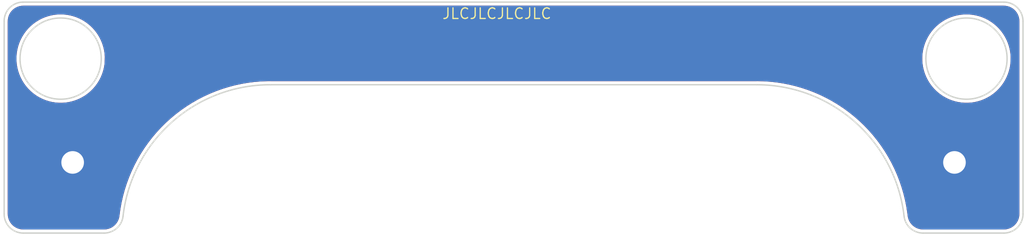
<source format=kicad_pcb>
(kicad_pcb (version 20200913) (generator pcbnew)

  (general
    (thickness 1.6)
  )

  (paper "A4")
  (layers
    (0 "F.Cu" signal)
    (31 "B.Cu" signal)
    (32 "B.Adhes" user)
    (33 "F.Adhes" user)
    (34 "B.Paste" user)
    (35 "F.Paste" user)
    (36 "B.SilkS" user)
    (37 "F.SilkS" user)
    (38 "B.Mask" user)
    (39 "F.Mask" user)
    (40 "Dwgs.User" user)
    (41 "Cmts.User" user)
    (42 "Eco1.User" user)
    (43 "Eco2.User" user)
    (44 "Edge.Cuts" user)
    (45 "Margin" user)
    (46 "B.CrtYd" user)
    (47 "F.CrtYd" user)
    (48 "B.Fab" user)
    (49 "F.Fab" user)
  )

  (setup
    (pcbplotparams
      (layerselection 0x010fc_ffffffff)
      (usegerberextensions false)
      (usegerberattributes true)
      (usegerberadvancedattributes true)
      (creategerberjobfile true)
      (svguseinch false)
      (svgprecision 6)
      (excludeedgelayer true)
      (linewidth 0.100000)
      (plotframeref false)
      (viasonmask false)
      (mode 1)
      (useauxorigin false)
      (hpglpennumber 1)
      (hpglpenspeed 20)
      (hpglpendiameter 15.000000)
      (psnegative false)
      (psa4output false)
      (plotreference true)
      (plotvalue true)
      (plotinvisibletext false)
      (sketchpadsonfab false)
      (subtractmaskfromsilk false)
      (outputformat 1)
      (mirror false)
      (drillshape 0)
      (scaleselection 1)
      (outputdirectory "Gerbers/")
    )
  )


  (net 0 "")
  (net 1 "MountingHoles")

  (module "MountingHole:MountingHole_3.2mm_M3_Pad" (layer "F.Cu") (tedit 56D1B4CB) (tstamp 484ebb59-19cf-4a2d-b498-4bc010b9a1cf)
    (at 85.286458 -144.002792)
    (descr "Mounting Hole 3.2mm, M3")
    (tags "mounting hole 3.2mm m3")
    (path "/3e942c3d-a34f-4339-9bca-ef0f23e0ee32")
    (attr exclude_from_pos_files exclude_from_bom)
    (fp_text reference "H1" (at 0 -4.2) (layer "Eco1.User")
      (effects (font (size 1 1) (thickness 0.15)))
      (tstamp 9fe3d6c6-e74f-48a2-8dc8-f41edc81fdda)
    )
    (fp_text value "MountingHole_Pad" (at 0 4.2) (layer "F.Fab")
      (effects (font (size 1 1) (thickness 0.15)))
      (tstamp acdddd29-9aef-4071-a35d-a719d64f1ccd)
    )
    (fp_text user "${REFERENCE}" (at 0.3 0) (layer "F.Fab")
      (effects (font (size 1 1) (thickness 0.15)))
      (tstamp 752f41d6-59a8-438d-80df-d00408b2283f)
    )
    (fp_circle (center 0 0) (end 3.2 0) (layer "Cmts.User") (width 0.15) (tstamp 19b975fa-29f4-45ca-ba3b-70f7c6e12dbe))
    (fp_circle (center 0 0) (end 3.45 0) (layer "F.CrtYd") (width 0.05) (tstamp d95434b6-6e6a-4969-b79a-ad12294c5082))
    (pad "1" thru_hole circle (at 0 0) (size 6.4 6.4) (drill 3.2) (layers *.Cu *.Mask)
      (net 1 "MountingHoles") (pinfunction "1") (tstamp 0fca1911-99a5-45c2-94f7-91f4d7b94a57))
  )

  (module "MountingHole:MountingHole_3.2mm_M3_Pad" (layer "F.Cu") (tedit 56D1B4CB) (tstamp 97940834-2966-45fb-a010-6ec1264b6b21)
    (at 210.138904 -144.002792)
    (descr "Mounting Hole 3.2mm, M3")
    (tags "mounting hole 3.2mm m3")
    (path "/9207afd7-aaeb-42d6-8778-99f1f257bd51")
    (attr exclude_from_pos_files exclude_from_bom)
    (fp_text reference "H2" (at 0 -4.2) (layer "Eco1.User")
      (effects (font (size 1 1) (thickness 0.15)))
      (tstamp 9fe3d6c6-e74f-48a2-8dc8-f41edc81fdda)
    )
    (fp_text value "MountingHole_Pad" (at 0 4.2) (layer "F.Fab")
      (effects (font (size 1 1) (thickness 0.15)))
      (tstamp acdddd29-9aef-4071-a35d-a719d64f1ccd)
    )
    (fp_text user "${REFERENCE}" (at 0.3 0) (layer "F.Fab")
      (effects (font (size 1 1) (thickness 0.15)))
      (tstamp 752f41d6-59a8-438d-80df-d00408b2283f)
    )
    (fp_circle (center 0 0) (end 3.2 0) (layer "Cmts.User") (width 0.15) (tstamp 19b975fa-29f4-45ca-ba3b-70f7c6e12dbe))
    (fp_circle (center 0 0) (end 3.45 0) (layer "F.CrtYd") (width 0.05) (tstamp d95434b6-6e6a-4969-b79a-ad12294c5082))
    (pad "1" thru_hole circle (at 0 0) (size 6.4 6.4) (drill 3.2) (layers *.Cu *.Mask)
      (net 1 "MountingHoles") (pinfunction "1") (tstamp 13b9622c-c1d3-4ba5-92ff-b864655b03d5))
  )

  (gr_line (start 182.138904 -155.002792) (end 113.286458 -155.002792) (layer "Edge.Cuts") (width 0.2) (tstamp 0d908f64-78a4-4ccc-8d84-6bfd7ae58112))
  (gr_arc (start 217.138904 -164.002792) (end 219.838904 -164.002792) (angle -90) (layer "Edge.Cuts") (width 0.2) (tstamp 1c76f292-866c-48b3-a7ce-7f6ebcb01fec))
  (gr_arc (start 182.138904 -134.002792) (end 203.002183 -136.395197) (angle -83.45843016) (layer "Edge.Cuts") (width 0.2) (tstamp 1cd19f4c-3e30-408e-817f-c12237c55728))
  (gr_arc (start 78.286458 -164.002792) (end 78.286458 -166.702792) (angle -90) (layer "Edge.Cuts") (width 0.2) (tstamp 2ed37b1b-4b50-453b-8a3a-b05fea66a308))
  (gr_arc (start 78.286458 -136.702792) (end 75.586458 -136.702792) (angle -90) (layer "Edge.Cuts") (width 0.2) (tstamp 3c43aea9-ac42-4142-933f-56d43c43682e))
  (gr_arc (start 113.286458 -134.002792) (end 113.286458 -155.002792) (angle -83.45843016) (layer "Edge.Cuts") (width 0.2) (tstamp 47aca3a9-693a-4026-b7e5-a4820b70d810))
  (gr_arc (start 217.138904 -136.702792) (end 217.138904 -134.002792) (angle -90) (layer "Edge.Cuts") (width 0.2) (tstamp 4f2bd7c6-ef2d-493b-a183-b624f06b0b0a))
  (gr_circle (center 211.838904 -158.702792) (end 217.588904 -158.702792) (layer "Edge.Cuts") (width 0.2) (tstamp 615e64cc-1a5a-41fa-b609-a6c8f8ac3508))
  (gr_arc (start 205.684605 -136.702792) (end 203.002183 -136.395197) (angle -83.45843016) (layer "Edge.Cuts") (width 0.2) (tstamp 787a240b-2e23-437a-8754-19c808fc3644))
  (gr_arc (start 89.740758 -136.702792) (end 89.740758 -134.002792) (angle -83.45843016) (layer "Edge.Cuts") (width 0.2) (tstamp 85b848ad-46be-4d97-86f3-d8cb92018f49))
  (gr_line (start 219.838904 -164.002792) (end 219.838904 -136.702792) (layer "Edge.Cuts") (width 0.2) (tstamp 87c87c49-0974-46ed-8110-4ca4787d4bbe))
  (gr_line (start 75.586458 -136.702792) (end 75.586458 -164.002792) (layer "Edge.Cuts") (width 0.2) (tstamp 9f8d3a76-53de-4788-8db6-3fe7eec89160))
  (gr_line (start 217.138904 -134.002792) (end 205.684605 -134.002792) (layer "Edge.Cuts") (width 0.2) (tstamp a475a2ba-00a3-4742-81a6-5927c27c1090))
  (gr_line (start 89.740758 -134.002792) (end 78.286458 -134.002792) (layer "Edge.Cuts") (width 0.2) (tstamp ddcf0d57-169e-4d17-b395-430cf1df8c45))
  (gr_circle (center 83.586458 -158.702792) (end 89.336458 -158.702792) (layer "Edge.Cuts") (width 0.2) (tstamp e7d316f3-6c0e-4e11-a8eb-3955825f5b93))
  (gr_line (start 78.286458 -166.702792) (end 217.138904 -166.702792) (layer "Edge.Cuts") (width 0.2) (tstamp ec14fc91-182a-4d16-a7bc-2a3c8c411c5d))
  (gr_text "JLCJLCJLCJLC" (at 145.35 -165.07) (layer "F.SilkS") (tstamp 4968e071-440d-4fdc-9ccd-f95517b58044)
    (effects (font (size 1.5 1.5) (thickness 0.18)))
  )

  (zone (net 1) (net_name "MountingHoles") (layers F&B.Cu) (tstamp bedd2c2f-5a6a-4958-b744-8cf47290d887) (hatch edge 0.508)
    (connect_pads yes (clearance 0.508))
    (min_thickness 0.254)
    (fill yes (thermal_gap 0.508) (thermal_bridge_width 0.508))
    (polygon
      (pts
        (xy 220 -134)
        (xy 203 -134)
        (xy 183 -154)
        (xy 112 -154)
        (xy 93 -134)
        (xy 75 -134)
        (xy 75 -167)
        (xy 220 -167)
      )
    )
    (filled_polygon
      (layer F.Cu)
      (pts
        (xy 217.079492 -166.066809)
        (xy 217.088756 -166.065499)
        (xy 217.09987 -166.064762)
        (xy 217.100249 -166.064738)
        (xy 217.386343 -166.04749)
        (xy 217.630187 -166.002956)
        (xy 217.866931 -165.929445)
        (xy 218.093119 -165.82803)
        (xy 218.305477 -165.70018)
        (xy 218.500954 -165.547731)
        (xy 218.676692 -165.37291)
        (xy 218.830153 -165.178246)
        (xy 218.959123 -164.966544)
        (xy 219.06172 -164.74089)
        (xy 219.136467 -164.504546)
        (xy 219.18228 -164.260925)
        (xy 219.201305 -163.970649)
        (xy 219.202526 -163.961767)
        (xy 219.204904 -163.950482)
        (xy 219.204905 -136.771305)
        (xy 219.202921 -136.762204)
        (xy 219.201611 -136.75294)
        (xy 219.200874 -136.741826)
        (xy 219.20085 -136.741447)
        (xy 219.183602 -136.455351)
        (xy 219.139067 -136.211501)
        (xy 219.065559 -135.974768)
        (xy 218.964147 -135.748588)
        (xy 218.836288 -135.536214)
        (xy 218.683843 -135.340742)
        (xy 218.509026 -135.165007)
        (xy 218.314358 -135.011543)
        (xy 218.102655 -134.882573)
        (xy 217.877 -134.779974)
        (xy 217.64065 -134.705227)
        (xy 217.397045 -134.659416)
        (xy 217.106761 -134.640391)
        (xy 217.097879 -134.63917)
        (xy 217.086594 -134.636792)
        (xy 205.753113 -134.636792)
        (xy 205.744017 -134.638775)
        (xy 205.734753 -134.640085)
        (xy 205.723639 -134.640822)
        (xy 205.72326 -134.640846)
        (xy 205.437164 -134.658094)
        (xy 205.193314 -134.702629)
        (xy 204.956581 -134.776137)
        (xy 204.730401 -134.877549)
        (xy 204.518027 -135.005408)
        (xy 204.322555 -135.157853)
        (xy 204.14682 -135.33267)
        (xy 203.993356 -135.527338)
        (xy 203.864386 -135.739041)
        (xy 203.761787 -135.964696)
        (xy 203.68704 -136.201045)
        (xy 203.638007 -136.461788)
        (xy 203.636281 -136.476115)
        (xy 203.636254 -136.476256)
        (xy 203.593129 -136.826423)
        (xy 203.592872 -136.827735)
        (xy 203.592744 -136.829495)
        (xy 203.591117 -136.840513)
        (xy 203.59106 -136.840893)
        (xy 203.45097 -137.751076)
        (xy 203.449741 -137.756472)
        (xy 203.449025 -137.762611)
        (xy 203.446918 -137.773549)
        (xy 203.446845 -137.773923)
        (xy 203.267187 -138.677127)
        (xy 203.265724 -138.682466)
        (xy 203.264742 -138.688563)
        (xy 203.262161 -138.699398)
        (xy 203.262071 -138.699772)
        (xy 203.043186 -139.594281)
        (xy 203.041493 -139.599545)
        (xy 203.040244 -139.605604)
        (xy 203.037192 -139.616315)
        (xy 203.037087 -139.616682)
        (xy 202.779393 -140.500792)
        (xy 202.777473 -140.505976)
        (xy 202.775959 -140.511979)
        (xy 202.772441 -140.522549)
        (xy 202.772321 -140.522907)
        (xy 202.476309 -141.39493)
        (xy 202.474166 -141.400023)
        (xy 202.47239 -141.405959)
        (xy 202.468417 -141.416361)
        (xy 202.46828 -141.416717)
        (xy 202.134512 -142.275)
        (xy 202.132148 -142.279995)
        (xy 202.130116 -142.285846)
        (xy 202.125691 -142.296068)
        (xy 202.12554 -142.296415)
        (xy 201.754652 -143.139323)
        (xy 201.752067 -143.144222)
        (xy 201.74979 -143.149958)
        (xy 201.744925 -143.159978)
        (xy 201.744755 -143.160324)
        (xy 201.337451 -143.986254)
        (xy 201.334666 -143.991016)
        (xy 201.332124 -143.996682)
        (xy 201.326826 -144.006478)
        (xy 201.326646 -144.006808)
        (xy 200.883705 -144.814182)
        (xy 200.880706 -144.818832)
        (xy 200.877934 -144.824355)
        (xy 200.872214 -144.833912)
        (xy 200.872016 -144.83424)
        (xy 200.394279 -145.621527)
        (xy 200.391081 -145.62604)
        (xy 200.388069 -145.631442)
        (xy 200.381938 -145.640739)
        (xy 200.381726 -145.641058)
        (xy 199.870101 -146.406759)
        (xy 199.866716 -146.411118)
        (xy 199.863465 -146.416392)
        (xy 199.856932 -146.425415)
        (xy 199.856708 -146.425723)
        (xy 199.312172 -147.168377)
        (xy 199.308597 -147.172588)
        (xy 199.305117 -147.177718)
        (xy 199.298197 -147.186446)
        (xy 199.297962 -147.18674)
        (xy 198.721551 -147.904934)
        (xy 198.717796 -147.908986)
        (xy 198.714097 -147.913957)
        (xy 198.706803 -147.922375)
        (xy 198.706555 -147.92266)
        (xy 198.099367 -148.615025)
        (xy 198.095438 -148.61891)
        (xy 198.09152 -148.623722)
        (xy 198.083866 -148.631812)
        (xy 198.083609 -148.632083)
        (xy 197.446799 -149.297303)
        (xy 197.442703 -149.301013)
        (xy 197.438594 -149.305634)
        (xy 197.430596 -149.313385)
        (xy 197.430317 -149.313653)
        (xy 196.765091 -149.950468)
        (xy 196.760838 -149.953995)
        (xy 196.75653 -149.958434)
        (xy 196.7482 -149.965829)
        (xy 196.747912 -149.966083)
        (xy 196.055545 -150.573273)
        (xy 196.051146 -150.57661)
        (xy 196.046637 -150.580865)
        (xy 196.037994 -150.587888)
        (xy 196.037698 -150.588127)
        (xy 195.319503 -151.164538)
        (xy 195.314965 -151.167677)
        (xy 195.310274 -151.171733)
        (xy 195.301332 -151.178373)
        (xy 195.301026 -151.178599)
        (xy 194.558372 -151.723135)
        (xy 194.55369 -151.726081)
        (xy 194.548843 -151.729916)
        (xy 194.53962 -151.73616)
        (xy 194.539302 -151.736374)
        (xy 193.773601 -152.247998)
        (xy 193.768802 -152.250733)
        (xy 193.763797 -152.254349)
        (xy 193.75431 -152.260187)
        (xy 193.753976 -152.260391)
        (xy 192.966686 -152.738129)
        (xy 192.961769 -152.740654)
        (xy 192.956594 -152.744059)
        (xy 192.946863 -152.749475)
        (xy 192.94653 -152.749658)
        (xy 192.139155 -153.192599)
        (xy 192.134134 -153.194906)
        (xy 192.128826 -153.198077)
        (xy 192.118866 -153.203064)
        (xy 192.11852 -153.203236)
        (xy 191.292587 -153.610541)
        (xy 191.287481 -153.612622)
        (xy 191.282022 -153.615567)
        (xy 191.271854 -153.620114)
        (xy 191.271506 -153.620269)
        (xy 190.428599 -153.991156)
        (xy 190.423398 -153.993016)
        (xy 190.417824 -153.995716)
        (xy 190.407469 -153.999815)
        (xy 190.407113 -153.999955)
        (xy 189.548827 -154.333724)
        (xy 189.543551 -154.335354)
        (xy 189.537862 -154.33781)
        (xy 189.527336 -154.341454)
        (xy 189.526978 -154.341576)
        (xy 188.654955 -154.637589)
        (xy 188.649605 -154.63899)
        (xy 188.643825 -154.641191)
        (xy 188.633152 -154.644373)
        (xy 188.632784 -154.644482)
        (xy 187.748673 -154.902176)
        (xy 187.743264 -154.903343)
        (xy 187.737395 -154.90529)
        (xy 187.726593 -154.908002)
        (xy 187.726223 -154.908094)
        (xy 186.831717 -155.126978)
        (xy 186.826269 -155.127907)
        (xy 186.820321 -155.129596)
        (xy 186.809412 -155.131835)
        (xy 186.809032 -155.131912)
        (xy 185.905824 -155.311572)
        (xy 185.900337 -155.312263)
        (xy 185.894317 -155.313691)
        (xy 185.883318 -155.315452)
        (xy 185.882944 -155.315511)
        (xy 184.972764 -155.455601)
        (xy 184.967252 -155.456051)
        (xy 184.961188 -155.457214)
        (xy 184.950125 -155.458494)
        (xy 184.949739 -155.458538)
        (xy 184.034311 -155.558794)
        (xy 184.028784 -155.559004)
        (xy 184.022661 -155.559902)
        (xy 184.011554 -155.560698)
        (xy 184.011173 -155.560724)
        (xy 183.092246 -155.620953)
        (xy 183.086716 -155.620922)
        (xy 183.080563 -155.621552)
        (xy 183.069432 -155.621863)
        (xy 183.069048 -155.621873)
        (xy 182.148367 -155.641962)
        (xy 182.139413 -155.64152)
        (xy 182.100347 -155.636792)
        (xy 113.333132 -155.636792)
        (xy 113.302153 -155.64135)
        (xy 113.292828 -155.642022)
        (xy 113.281691 -155.641997)
        (xy 113.281304 -155.641995)
        (xy 112.925362 -155.639018)
        (xy 112.924028 -155.638912)
        (xy 112.922274 -155.638985)
        (xy 112.911141 -155.638625)
        (xy 112.910753 -155.638611)
        (xy 111.990535 -155.603125)
        (xy 111.985044 -155.60252)
        (xy 111.97885 -155.602508)
        (xy 111.967744 -155.60166)
        (xy 111.967366 -155.60163)
        (xy 111.049574 -155.526038)
        (xy 111.044108 -155.525194)
        (xy 111.037932 -155.524912)
        (xy 111.026873 -155.523582)
        (xy 111.026494 -155.523535)
        (xy 110.112875 -155.407982)
        (xy 110.107452 -155.4069)
        (xy 110.101288 -155.406348)
        (xy 110.090299 -155.404537)
        (xy 110.089923 -155.404474)
        (xy 109.182212 -155.249178)
        (xy 109.176847 -155.247862)
        (xy 109.17071 -155.247042)
        (xy 109.159809 -155.244752)
        (xy 109.159436 -155.244673)
        (xy 108.259366 -155.049932)
        (xy 108.254063 -155.048383)
        (xy 108.247967 -155.047296)
        (xy 108.237179 -155.044534)
        (xy 108.236808 -155.044438)
        (xy 107.346085 -154.810621)
        (xy 107.340846 -154.808839)
        (xy 107.334812 -154.807489)
        (xy 107.324152 -154.804258)
        (xy 107.323789 -154.804147)
        (xy 106.444114 -154.5317)
        (xy 106.438974 -154.529698)
        (xy 106.43299 -154.528082)
        (xy 106.422481 -154.524388)
        (xy 106.422123 -154.524261)
        (xy 105.55517 -154.213703)
        (xy 105.550114 -154.211475)
        (xy 105.544207 -154.2096)
        (xy 105.533871 -154.205452)
        (xy 105.53352 -154.20531)
        (xy 104.68094 -153.857232)
        (xy 104.675991 -153.854788)
        (xy 104.670179 -153.85266)
        (xy 104.660032 -153.848066)
        (xy 104.659681 -153.847906)
        (xy 103.82309 -153.462968)
        (xy 103.818242 -153.460305)
        (xy 103.812532 -153.457926)
        (xy 103.802596 -153.452893)
        (xy 103.802258 -153.452721)
        (xy 102.983256 -153.031659)
        (xy 102.978531 -153.028788)
        (xy 102.972938 -153.026168)
        (xy 102.963229 -153.020706)
        (xy 102.962893 -153.020516)
        (xy 102.163037 -152.56413)
        (xy 102.158439 -152.561054)
        (xy 102.152965 -152.558191)
        (xy 102.143506 -152.552313)
        (xy 102.143178 -152.552108)
        (xy 101.36399 -152.061267)
        (xy 101.359537 -152.057997)
        (xy 101.354179 -152.054891)
        (xy 101.344985 -152.048604)
        (xy 101.344671 -152.048388)
        (xy 100.587637 -151.524028)
        (xy 100.583334 -151.520569)
        (xy 100.578123 -151.517236)
        (xy 100.56921 -151.510554)
        (xy 100.568902 -151.510321)
        (xy 99.835458 -150.953438)
        (xy 99.831297 -150.949784)
        (xy 99.826249 -150.946235)
        (xy 99.817638 -150.939173)
        (xy 99.817339 -150.938926)
        (xy 99.108884 -150.350579)
        (xy 99.1049 -150.34676)
        (xy 99.099987 -150.342976)
        (xy 99.091692 -150.335542)
        (xy 99.091411 -150.335289)
        (xy 98.409297 -149.716604)
        (xy 98.405475 -149.712606)
        (xy 98.400745 -149.708622)
        (xy 98.392782 -149.700835)
        (xy 98.392509 -149.700566)
        (xy 97.738029 -149.052713)
        (xy 97.734387 -149.048555)
        (xy 97.729835 -149.044368)
        (xy 97.722218 -149.036239)
        (xy 97.721958 -149.03596)
        (xy 97.096361 -148.360178)
        (xy 97.092903 -148.355864)
        (xy 97.088538 -148.351483)
        (xy 97.081283 -148.343031)
        (xy 97.081034 -148.342739)
        (xy 96.485509 -147.640311)
        (xy 96.48224 -147.635847)
        (xy 96.478066 -147.631274)
        (xy 96.471189 -147.622514)
        (xy 96.470957 -147.622217)
        (xy 95.90664 -146.894483)
        (xy 95.90357 -146.889883)
        (xy 95.899607 -146.885142)
        (xy 95.893117 -146.87609)
        (xy 95.892893 -146.875776)
        (xy 95.360853 -146.124115)
        (xy 95.357992 -146.119392)
        (xy 95.354231 -146.114472)
        (xy 95.348142 -146.105144)
        (xy 95.347935 -146.104825)
        (xy 94.849191 -145.330675)
        (xy 94.846538 -145.325832)
        (xy 94.842992 -145.320748)
        (xy 94.837316 -145.311164)
        (xy 94.837125 -145.310838)
        (xy 94.372624 -144.515673)
        (xy 94.37018 -144.51071)
        (xy 94.366866 -144.505486)
        (xy 94.361614 -144.495665)
        (xy 94.361435 -144.495328)
        (xy 93.932059 -143.680655)
        (xy 93.929838 -143.675598)
        (xy 93.926755 -143.670234)
        (xy 93.921935 -143.660192)
        (xy 93.92177 -143.659845)
        (xy 93.528338 -142.827217)
        (xy 93.52634 -142.82207)
        (xy 93.523485 -142.816559)
        (xy 93.519109 -142.806315)
        (xy 93.518964 -142.805973)
        (xy 93.162227 -141.956982)
        (xy 93.160452 -141.951741)
        (xy 93.157849 -141.946132)
        (xy 93.153923 -141.935708)
        (xy 93.15379 -141.935352)
        (xy 92.834426 -141.071607)
        (xy 92.832883 -141.066305)
        (xy 92.830522 -141.060571)
        (xy 92.827055 -141.049989)
        (xy 92.826938 -141.049627)
        (xy 92.545554 -140.172772)
        (xy 92.544243 -140.167402)
        (xy 92.542136 -140.161577)
        (xy 92.539134 -140.150853)
        (xy 92.539033 -140.150487)
        (xy 92.296163 -139.262192)
        (xy 92.295086 -139.256759)
        (xy 92.293244 -139.25088)
        (xy 92.29071 -139.240034)
        (xy 92.290622 -139.239653)
        (xy 92.08673 -138.341605)
        (xy 92.085891 -138.336135)
        (xy 92.084304 -138.330165)
        (xy 92.082247 -138.319221)
        (xy 92.082177 -138.318841)
        (xy 91.917651 -137.412757)
        (xy 91.917052 -137.407259)
        (xy 91.915725 -137.40122)
        (xy 91.914148 -137.390195)
        (xy 91.914094 -137.389813)
        (xy 91.791514 -136.493973)
        (xy 91.743956 -136.224028)
        (xy 91.67193 -135.986839)
        (xy 91.571932 -135.76002)
        (xy 91.445404 -135.546852)
        (xy 91.294193 -135.350439)
        (xy 91.120468 -135.173603)
        (xy 90.926764 -135.018925)
        (xy 90.715885 -134.888641)
        (xy 90.490878 -134.784632)
        (xy 90.25499 -134.708404)
        (xy 90.011677 -134.661071)
        (xy 89.747039 -134.642063)
        (xy 89.732608 -134.64198)
        (xy 89.72367 -134.641292)
        (xy 89.693483 -134.636792)
        (xy 78.354966 -134.636792)
        (xy 78.34587 -134.638775)
        (xy 78.336606 -134.640085)
        (xy 78.325492 -134.640822)
        (xy 78.325113 -134.640846)
        (xy 78.039017 -134.658094)
        (xy 77.795167 -134.702629)
        (xy 77.558434 -134.776137)
        (xy 77.332254 -134.877549)
        (xy 77.11988 -135.005408)
        (xy 76.924408 -135.157853)
        (xy 76.748673 -135.33267)
        (xy 76.595209 -135.527338)
        (xy 76.466239 -135.739041)
        (xy 76.36364 -135.964696)
        (xy 76.288893 -136.201046)
        (xy 76.243082 -136.444651)
        (xy 76.224057 -136.734935)
        (xy 76.222836 -136.743817)
        (xy 76.220458 -136.755102)
        (xy 76.220458 -158.951148)
        (xy 77.202336 -158.951148)
        (xy 77.202336 -158.454436)
        (xy 77.20253 -158.449491)
        (xy 77.241502 -157.954309)
        (xy 77.242083 -157.949394)
        (xy 77.319786 -157.458796)
        (xy 77.320752 -157.453943)
        (xy 77.436707 -156.970954)
        (xy 77.43805 -156.966191)
        (xy 77.591544 -156.493789)
        (xy 77.593256 -156.489146)
        (xy 77.78334 -156.030243)
        (xy 77.785412 -156.025749)
        (xy 78.010914 -155.583174)
        (xy 78.013333 -155.578856)
        (xy 78.272865 -155.155338)
        (xy 78.275615 -155.151224)
        (xy 78.567575 -154.749374)
        (xy 78.570639 -154.745488)
        (xy 78.893228 -154.367784)
        (xy 78.896587 -154.36415)
        (xy 79.247816 -154.012921)
        (xy 79.25145 -154.009562)
        (xy 79.629154 -153.686973)
        (xy 79.63304 -153.683909)
        (xy 80.03489 -153.391949)
        (xy 80.039004 -153.389199)
        (xy 80.462522 -153.129667)
        (xy 80.46684 -153.127248)
        (xy 80.909415 -152.901746)
        (xy 80.913909 -152.899674)
        (xy 81.372812 -152.70959)
        (xy 81.377455 -152.707878)
        (xy 81.849857 -152.554384)
        (xy 81.85462 -152.553041)
        (xy 82.337609 -152.437086)
        (xy 82.342462 -152.43612)
        (xy 82.83306 -152.358417)
        (xy 82.837975 -152.357836)
        (xy 83.333157 -152.318864)
        (xy 83.338102 -152.31867)
        (xy 83.834814 -152.31867)
        (xy 83.839759 -152.318864)
        (xy 84.334941 -152.357836)
        (xy 84.339856 -152.358417)
        (xy 84.830454 -152.43612)
        (xy 84.835307 -152.437086)
        (xy 85.318296 -152.553041)
        (xy 85.323059 -152.554384)
        (xy 85.795461 -152.707878)
        (xy 85.800104 -152.70959)
        (xy 86.259007 -152.899674)
        (xy 86.263501 -152.901746)
        (xy 86.706076 -153.127248)
        (xy 86.710394 -153.129667)
        (xy 87.133912 -153.389199)
        (xy 87.138026 -153.391949)
        (xy 87.539876 -153.683909)
        (xy 87.543762 -153.686973)
        (xy 87.921466 -154.009562)
        (xy 87.9251 -154.012921)
        (xy 88.276329 -154.36415)
        (xy 88.279688 -154.367784)
        (xy 88.602277 -154.745488)
        (xy 88.605341 -154.749374)
        (xy 88.897301 -155.151224)
        (xy 88.900051 -155.155338)
        (xy 89.159583 -155.578856)
        (xy 89.162002 -155.583174)
        (xy 89.387504 -156.025749)
        (xy 89.389576 -156.030243)
        (xy 89.57966 -156.489146)
        (xy 89.581372 -156.493789)
        (xy 89.734866 -156.966191)
        (xy 89.736209 -156.970954)
        (xy 89.852164 -157.453943)
        (xy 89.85313 -157.458796)
        (xy 89.931026 -157.950617)
        (xy 89.931754 -157.958005)
        (xy 89.970629 -158.947436)
        (xy 89.970556 -158.951148)
        (xy 205.454782 -158.951148)
        (xy 205.454782 -158.454436)
        (xy 205.454976 -158.449491)
        (xy 205.493948 -157.954309)
        (xy 205.494529 -157.949394)
        (xy 205.572232 -157.458796)
        (xy 205.573198 -157.453943)
        (xy 205.689153 -156.970954)
        (xy 205.690496 -156.966191)
        (xy 205.84399 -156.493789)
        (xy 205.845702 -156.489146)
        (xy 206.035786 -156.030243)
        (xy 206.037858 -156.025749)
        (xy 206.26336 -155.583174)
        (xy 206.265779 -155.578856)
        (xy 206.525311 -155.155338)
        (xy 206.528061 -155.151224)
        (xy 206.820021 -154.749374)
        (xy 206.823085 -154.745488)
        (xy 207.145674 -154.367784)
        (xy 207.149033 -154.36415)
        (xy 207.500262 -154.012921)
        (xy 207.503896 -154.009562)
        (xy 207.8816 -153.686973)
        (xy 207.885486 -153.683909)
        (xy 208.287336 -153.391949)
        (xy 208.29145 -153.389199)
        (xy 208.714968 -153.129667)
        (xy 208.719286 -153.127248)
        (xy 209.161861 -152.901746)
        (xy 209.166355 -152.899674)
        (xy 209.625258 -152.70959)
        (xy 209.629901 -152.707878)
        (xy 210.102303 -152.554384)
        (xy 210.107066 -152.553041)
        (xy 210.590055 -152.437086)
        (xy 210.594908 -152.43612)
        (xy 211.085506 -152.358417)
        (xy 211.090421 -152.357836)
        (xy 211.585603 -152.318864)
        (xy 211.590548 -152.31867)
        (xy 212.08726 -152.31867)
        (xy 212.092205 -152.318864)
        (xy 212.587387 -152.357836)
        (xy 212.592302 -152.358417)
        (xy 213.0829 -152.43612)
        (xy 213.087753 -152.437086)
        (xy 213.570742 -152.553041)
        (xy 213.575505 -152.554384)
        (xy 214.047907 -152.707878)
        (xy 214.05255 -152.70959)
        (xy 214.511453 -152.899674)
        (xy 214.515947 -152.901746)
        (xy 214.958522 -153.127248)
        (xy 214.96284 -153.129667)
        (xy 215.386358 -153.389199)
        (xy 215.390472 -153.391949)
        (xy 215.792322 -153.683909)
        (xy 215.796208 -153.686973)
        (xy 216.173912 -154.009562)
        (xy 216.177546 -154.012921)
        (xy 216.528775 -154.36415)
        (xy 216.532134 -154.367784)
        (xy 216.854723 -154.745488)
        (xy 216.857787 -154.749374)
        (xy 217.149747 -155.151224)
        (xy 217.152497 -155.155338)
        (xy 217.412029 -155.578856)
        (xy 217.414448 -155.583174)
        (xy 217.63995 -156.025749)
        (xy 217.642022 -156.030243)
        (xy 217.832106 -156.489146)
        (xy 217.833818 -156.493789)
        (xy 217.987312 -156.966191)
        (xy 217.988655 -156.970954)
        (xy 218.10461 -157.453943)
        (xy 218.105576 -157.458796)
        (xy 218.183472 -157.950617)
        (xy 218.1842 -157.958005)
        (xy 218.223075 -158.947436)
        (xy 218.222929 -158.954859)
        (xy 218.18386 -159.451275)
        (xy 218.183279 -159.45619)
        (xy 218.105576 -159.946788)
        (xy 218.10461 -159.951641)
        (xy 217.988655 -160.43463)
        (xy 217.987312 -160.439393)
        (xy 217.833818 -160.911795)
        (xy 217.832106 -160.916438)
        (xy 217.642022 -161.375341)
        (xy 217.63995 -161.379835)
        (xy 217.414448 -161.82241)
        (xy 217.412029 -161.826728)
        (xy 217.152497 -162.250246)
        (xy 217.149747 -162.25436)
        (xy 216.857787 -162.65621)
        (xy 216.854723 -162.660096)
        (xy 216.532134 -163.0378)
        (xy 216.528775 -163.041434)
        (xy 216.177546 -163.392663)
        (xy 216.173912 -163.396022)
        (xy 215.796208 -163.718611)
        (xy 215.792322 -163.721675)
        (xy 215.390472 -164.013635)
        (xy 215.386358 -164.016385)
        (xy 214.96284 -164.275917)
        (xy 214.958522 -164.278336)
        (xy 214.515947 -164.503838)
        (xy 214.511453 -164.50591)
        (xy 214.05255 -164.695994)
        (xy 214.047907 -164.697706)
        (xy 213.575505 -164.8512)
        (xy 213.570742 -164.852543)
        (xy 213.087753 -164.968498)
        (xy 213.0829 -164.969464)
        (xy 212.592302 -165.047167)
        (xy 212.587387 -165.047748)
        (xy 212.092205 -165.08672)
        (xy 212.08726 -165.086914)
        (xy 211.590548 -165.086914)
        (xy 211.585603 -165.08672)
        (xy 211.090421 -165.047748)
        (xy 211.085506 -165.047167)
        (xy 210.594908 -164.969464)
        (xy 210.590055 -164.968498)
        (xy 210.107066 -164.852543)
        (xy 210.102303 -164.8512)
        (xy 209.629901 -164.697706)
        (xy 209.625258 -164.695994)
        (xy 209.166355 -164.50591)
        (xy 209.161861 -164.503838)
        (xy 208.719286 -164.278336)
        (xy 208.714968 -164.275917)
        (xy 208.29145 -164.016385)
        (xy 208.287336 -164.013635)
        (xy 207.885486 -163.721675)
        (xy 207.8816 -163.718611)
        (xy 207.503896 -163.396022)
        (xy 207.500262 -163.392663)
        (xy 207.149033 -163.041434)
        (xy 207.145674 -163.0378)
        (xy 206.823085 -162.660096)
        (xy 206.820021 -162.65621)
        (xy 206.528061 -162.25436)
        (xy 206.525311 -162.250246)
        (xy 206.265779 -161.826728)
        (xy 206.26336 -161.82241)
        (xy 206.037858 -161.379835)
        (xy 206.035786 -161.375341)
        (xy 205.845702 -160.916438)
        (xy 205.84399 -160.911795)
        (xy 205.690496 -160.439393)
        (xy 205.689153 -160.43463)
        (xy 205.573198 -159.951641)
        (xy 205.572232 -159.946788)
        (xy 205.494529 -159.45619)
        (xy 205.493948 -159.451275)
        (xy 205.454976 -158.956093)
        (xy 205.454782 -158.951148)
        (xy 89.970556 -158.951148)
        (xy 89.970483 -158.954859)
        (xy 89.931414 -159.451275)
        (xy 89.930833 -159.45619)
        (xy 89.85313 -159.946788)
        (xy 89.852164 -159.951641)
        (xy 89.736209 -160.43463)
        (xy 89.734866 -160.439393)
        (xy 89.581372 -160.911795)
        (xy 89.57966 -160.916438)
        (xy 89.389576 -161.375341)
        (xy 89.387504 -161.379835)
        (xy 89.162002 -161.82241)
        (xy 89.159583 -161.826728)
        (xy 88.900051 -162.250246)
        (xy 88.897301 -162.25436)
        (xy 88.605341 -162.65621)
        (xy 88.602277 -162.660096)
        (xy 88.279688 -163.0378)
        (xy 88.276329 -163.041434)
        (xy 87.9251 -163.392663)
        (xy 87.921466 -163.396022)
        (xy 87.543762 -163.718611)
        (xy 87.539876 -163.721675)
        (xy 87.138026 -164.013635)
        (xy 87.133912 -164.016385)
        (xy 86.710394 -164.275917)
        (xy 86.706076 -164.278336)
        (xy 86.263501 -164.503838)
        (xy 86.259007 -164.50591)
        (xy 85.800104 -164.695994)
        (xy 85.795461 -164.697706)
        (xy 85.323059 -164.8512)
        (xy 85.318296 -164.852543)
        (xy 84.835307 -164.968498)
        (xy 84.830454 -164.969464)
        (xy 84.339856 -165.047167)
        (xy 84.334941 -165.047748)
        (xy 83.839759 -165.08672)
        (xy 83.834814 -165.086914)
        (xy 83.338102 -165.086914)
        (xy 83.333157 -165.08672)
        (xy 82.837975 -165.047748)
        (xy 82.83306 -165.047167)
        (xy 82.342462 -164.969464)
        (xy 82.337609 -164.968498)
        (xy 81.85462 -164.852543)
        (xy 81.849857 -164.8512)
        (xy 81.377455 -164.697706)
        (xy 81.372812 -164.695994)
        (xy 80.913909 -164.50591)
        (xy 80.909415 -164.503838)
        (xy 80.46684 -164.278336)
        (xy 80.462522 -164.275917)
        (xy 80.039004 -164.016385)
        (xy 80.03489 -164.013635)
        (xy 79.63304 -163.721675)
        (xy 79.629154 -163.718611)
        (xy 79.25145 -163.396022)
        (xy 79.247816 -163.392663)
        (xy 78.896587 -163.041434)
        (xy 78.893228 -163.0378)
        (xy 78.570639 -162.660096)
        (xy 78.567575 -162.65621)
        (xy 78.275615 -162.25436)
        (xy 78.272865 -162.250246)
        (xy 78.013333 -161.826728)
        (xy 78.010914 -161.82241)
        (xy 77.785412 -161.379835)
        (xy 77.78334 -161.375341)
        (xy 77.593256 -160.916438)
        (xy 77.591544 -160.911795)
        (xy 77.43805 -160.439393)
        (xy 77.436707 -160.43463)
        (xy 77.320752 -159.951641)
        (xy 77.319786 -159.946788)
        (xy 77.242083 -159.45619)
        (xy 77.241502 -159.451275)
        (xy 77.20253 -158.956093)
        (xy 77.202336 -158.951148)
        (xy 76.220458 -158.951148)
        (xy 76.220458 -163.934284)
        (xy 76.222441 -163.94338)
        (xy 76.223751 -163.952644)
        (xy 76.224488 -163.963758)
        (xy 76.224512 -163.964137)
        (xy 76.24176 -164.250231)
        (xy 76.286294 -164.494075)
        (xy 76.359805 -164.730819)
        (xy 76.46122 -164.957007)
        (xy 76.58907 -165.169365)
        (xy 76.741519 -165.364842)
        (xy 76.91634 -165.54058)
        (xy 77.111004 -165.694041)
        (xy 77.322706 -165.823011)
        (xy 77.54836 -165.925608)
        (xy 77.784704 -166.000355)
        (xy 78.028325 -166.046168)
        (xy 78.318601 -166.065193)
        (xy 78.327483 -166.066414)
        (xy 78.338768 -166.068792)
        (xy 217.070396 -166.068792)
      )
    )
    (filled_polygon
      (layer B.Cu)
      (pts
        (xy 217.079492 -166.066809)
        (xy 217.088756 -166.065499)
        (xy 217.09987 -166.064762)
        (xy 217.100249 -166.064738)
        (xy 217.386343 -166.04749)
        (xy 217.630187 -166.002956)
        (xy 217.866931 -165.929445)
        (xy 218.093119 -165.82803)
        (xy 218.305477 -165.70018)
        (xy 218.500954 -165.547731)
        (xy 218.676692 -165.37291)
        (xy 218.830153 -165.178246)
        (xy 218.959123 -164.966544)
        (xy 219.06172 -164.74089)
        (xy 219.136467 -164.504546)
        (xy 219.18228 -164.260925)
        (xy 219.201305 -163.970649)
        (xy 219.202526 -163.961767)
        (xy 219.204904 -163.950482)
        (xy 219.204905 -136.771305)
        (xy 219.202921 -136.762204)
        (xy 219.201611 -136.75294)
        (xy 219.200874 -136.741826)
        (xy 219.20085 -136.741447)
        (xy 219.183602 -136.455351)
        (xy 219.139067 -136.211501)
        (xy 219.065559 -135.974768)
        (xy 218.964147 -135.748588)
        (xy 218.836288 -135.536214)
        (xy 218.683843 -135.340742)
        (xy 218.509026 -135.165007)
        (xy 218.314358 -135.011543)
        (xy 218.102655 -134.882573)
        (xy 217.877 -134.779974)
        (xy 217.64065 -134.705227)
        (xy 217.397045 -134.659416)
        (xy 217.106761 -134.640391)
        (xy 217.097879 -134.63917)
        (xy 217.086594 -134.636792)
        (xy 205.753113 -134.636792)
        (xy 205.744017 -134.638775)
        (xy 205.734753 -134.640085)
        (xy 205.723639 -134.640822)
        (xy 205.72326 -134.640846)
        (xy 205.437164 -134.658094)
        (xy 205.193314 -134.702629)
        (xy 204.956581 -134.776137)
        (xy 204.730401 -134.877549)
        (xy 204.518027 -135.005408)
        (xy 204.322555 -135.157853)
        (xy 204.14682 -135.33267)
        (xy 203.993356 -135.527338)
        (xy 203.864386 -135.739041)
        (xy 203.761787 -135.964696)
        (xy 203.68704 -136.201045)
        (xy 203.638007 -136.461788)
        (xy 203.636281 -136.476115)
        (xy 203.636254 -136.476256)
        (xy 203.593129 -136.826423)
        (xy 203.592872 -136.827735)
        (xy 203.592744 -136.829495)
        (xy 203.591117 -136.840513)
        (xy 203.59106 -136.840893)
        (xy 203.45097 -137.751076)
        (xy 203.449741 -137.756472)
        (xy 203.449025 -137.762611)
        (xy 203.446918 -137.773549)
        (xy 203.446845 -137.773923)
        (xy 203.267187 -138.677127)
        (xy 203.265724 -138.682466)
        (xy 203.264742 -138.688563)
        (xy 203.262161 -138.699398)
        (xy 203.262071 -138.699772)
        (xy 203.043186 -139.594281)
        (xy 203.041493 -139.599545)
        (xy 203.040244 -139.605604)
        (xy 203.037192 -139.616315)
        (xy 203.037087 -139.616682)
        (xy 202.779393 -140.500792)
        (xy 202.777473 -140.505976)
        (xy 202.775959 -140.511979)
        (xy 202.772441 -140.522549)
        (xy 202.772321 -140.522907)
        (xy 202.476309 -141.39493)
        (xy 202.474166 -141.400023)
        (xy 202.47239 -141.405959)
        (xy 202.468417 -141.416361)
        (xy 202.46828 -141.416717)
        (xy 202.134512 -142.275)
        (xy 202.132148 -142.279995)
        (xy 202.130116 -142.285846)
        (xy 202.125691 -142.296068)
        (xy 202.12554 -142.296415)
        (xy 201.754652 -143.139323)
        (xy 201.752067 -143.144222)
        (xy 201.74979 -143.149958)
        (xy 201.744925 -143.159978)
        (xy 201.744755 -143.160324)
        (xy 201.337451 -143.986254)
        (xy 201.334666 -143.991016)
        (xy 201.332124 -143.996682)
        (xy 201.326826 -144.006478)
        (xy 201.326646 -144.006808)
        (xy 200.883705 -144.814182)
        (xy 200.880706 -144.818832)
        (xy 200.877934 -144.824355)
        (xy 200.872214 -144.833912)
        (xy 200.872016 -144.83424)
        (xy 200.394279 -145.621527)
        (xy 200.391081 -145.62604)
        (xy 200.388069 -145.631442)
        (xy 200.381938 -145.640739)
        (xy 200.381726 -145.641058)
        (xy 199.870101 -146.406759)
        (xy 199.866716 -146.411118)
        (xy 199.863465 -146.416392)
        (xy 199.856932 -146.425415)
        (xy 199.856708 -146.425723)
        (xy 199.312172 -147.168377)
        (xy 199.308597 -147.172588)
        (xy 199.305117 -147.177718)
        (xy 199.298197 -147.186446)
        (xy 199.297962 -147.18674)
        (xy 198.721551 -147.904934)
        (xy 198.717796 -147.908986)
        (xy 198.714097 -147.913957)
        (xy 198.706803 -147.922375)
        (xy 198.706555 -147.92266)
        (xy 198.099367 -148.615025)
        (xy 198.095438 -148.61891)
        (xy 198.09152 -148.623722)
        (xy 198.083866 -148.631812)
        (xy 198.083609 -148.632083)
        (xy 197.446799 -149.297303)
        (xy 197.442703 -149.301013)
        (xy 197.438594 -149.305634)
        (xy 197.430596 -149.313385)
        (xy 197.430317 -149.313653)
        (xy 196.765091 -149.950468)
        (xy 196.760838 -149.953995)
        (xy 196.75653 -149.958434)
        (xy 196.7482 -149.965829)
        (xy 196.747912 -149.966083)
        (xy 196.055545 -150.573273)
        (xy 196.051146 -150.57661)
        (xy 196.046637 -150.580865)
        (xy 196.037994 -150.587888)
        (xy 196.037698 -150.588127)
        (xy 195.319503 -151.164538)
        (xy 195.314965 -151.167677)
        (xy 195.310274 -151.171733)
        (xy 195.301332 -151.178373)
        (xy 195.301026 -151.178599)
        (xy 194.558372 -151.723135)
        (xy 194.55369 -151.726081)
        (xy 194.548843 -151.729916)
        (xy 194.53962 -151.73616)
        (xy 194.539302 -151.736374)
        (xy 193.773601 -152.247998)
        (xy 193.768802 -152.250733)
        (xy 193.763797 -152.254349)
        (xy 193.75431 -152.260187)
        (xy 193.753976 -152.260391)
        (xy 192.966686 -152.738129)
        (xy 192.961769 -152.740654)
        (xy 192.956594 -152.744059)
        (xy 192.946863 -152.749475)
        (xy 192.94653 -152.749658)
        (xy 192.139155 -153.192599)
        (xy 192.134134 -153.194906)
        (xy 192.128826 -153.198077)
        (xy 192.118866 -153.203064)
        (xy 192.11852 -153.203236)
        (xy 191.292587 -153.610541)
        (xy 191.287481 -153.612622)
        (xy 191.282022 -153.615567)
        (xy 191.271854 -153.620114)
        (xy 191.271506 -153.620269)
        (xy 190.428599 -153.991156)
        (xy 190.423398 -153.993016)
        (xy 190.417824 -153.995716)
        (xy 190.407469 -153.999815)
        (xy 190.407113 -153.999955)
        (xy 189.548827 -154.333724)
        (xy 189.543551 -154.335354)
        (xy 189.537862 -154.33781)
        (xy 189.527336 -154.341454)
        (xy 189.526978 -154.341576)
        (xy 188.654955 -154.637589)
        (xy 188.649605 -154.63899)
        (xy 188.643825 -154.641191)
        (xy 188.633152 -154.644373)
        (xy 188.632784 -154.644482)
        (xy 187.748673 -154.902176)
        (xy 187.743264 -154.903343)
        (xy 187.737395 -154.90529)
        (xy 187.726593 -154.908002)
        (xy 187.726223 -154.908094)
        (xy 186.831717 -155.126978)
        (xy 186.826269 -155.127907)
        (xy 186.820321 -155.129596)
        (xy 186.809412 -155.131835)
        (xy 186.809032 -155.131912)
        (xy 185.905824 -155.311572)
        (xy 185.900337 -155.312263)
        (xy 185.894317 -155.313691)
        (xy 185.883318 -155.315452)
        (xy 185.882944 -155.315511)
        (xy 184.972764 -155.455601)
        (xy 184.967252 -155.456051)
        (xy 184.961188 -155.457214)
        (xy 184.950125 -155.458494)
        (xy 184.949739 -155.458538)
        (xy 184.034311 -155.558794)
        (xy 184.028784 -155.559004)
        (xy 184.022661 -155.559902)
        (xy 184.011554 -155.560698)
        (xy 184.011173 -155.560724)
        (xy 183.092246 -155.620953)
        (xy 183.086716 -155.620922)
        (xy 183.080563 -155.621552)
        (xy 183.069432 -155.621863)
        (xy 183.069048 -155.621873)
        (xy 182.148367 -155.641962)
        (xy 182.139413 -155.64152)
        (xy 182.100347 -155.636792)
        (xy 113.333132 -155.636792)
        (xy 113.302153 -155.64135)
        (xy 113.292828 -155.642022)
        (xy 113.281691 -155.641997)
        (xy 113.281304 -155.641995)
        (xy 112.925362 -155.639018)
        (xy 112.924028 -155.638912)
        (xy 112.922274 -155.638985)
        (xy 112.911141 -155.638625)
        (xy 112.910753 -155.638611)
        (xy 111.990535 -155.603125)
        (xy 111.985044 -155.60252)
        (xy 111.97885 -155.602508)
        (xy 111.967744 -155.60166)
        (xy 111.967366 -155.60163)
        (xy 111.049574 -155.526038)
        (xy 111.044108 -155.525194)
        (xy 111.037932 -155.524912)
        (xy 111.026873 -155.523582)
        (xy 111.026494 -155.523535)
        (xy 110.112875 -155.407982)
        (xy 110.107452 -155.4069)
        (xy 110.101288 -155.406348)
        (xy 110.090299 -155.404537)
        (xy 110.089923 -155.404474)
        (xy 109.182212 -155.249178)
        (xy 109.176847 -155.247862)
        (xy 109.17071 -155.247042)
        (xy 109.159809 -155.244752)
        (xy 109.159436 -155.244673)
        (xy 108.259366 -155.049932)
        (xy 108.254063 -155.048383)
        (xy 108.247967 -155.047296)
        (xy 108.237179 -155.044534)
        (xy 108.236808 -155.044438)
        (xy 107.346085 -154.810621)
        (xy 107.340846 -154.808839)
        (xy 107.334812 -154.807489)
        (xy 107.324152 -154.804258)
        (xy 107.323789 -154.804147)
        (xy 106.444114 -154.5317)
        (xy 106.438974 -154.529698)
        (xy 106.43299 -154.528082)
        (xy 106.422481 -154.524388)
        (xy 106.422123 -154.524261)
        (xy 105.55517 -154.213703)
        (xy 105.550114 -154.211475)
        (xy 105.544207 -154.2096)
        (xy 105.533871 -154.205452)
        (xy 105.53352 -154.20531)
        (xy 104.68094 -153.857232)
        (xy 104.675991 -153.854788)
        (xy 104.670179 -153.85266)
        (xy 104.660032 -153.848066)
        (xy 104.659681 -153.847906)
        (xy 103.82309 -153.462968)
        (xy 103.818242 -153.460305)
        (xy 103.812532 -153.457926)
        (xy 103.802596 -153.452893)
        (xy 103.802258 -153.452721)
        (xy 102.983256 -153.031659)
        (xy 102.978531 -153.028788)
        (xy 102.972938 -153.026168)
        (xy 102.963229 -153.020706)
        (xy 102.962893 -153.020516)
        (xy 102.163037 -152.56413)
        (xy 102.158439 -152.561054)
        (xy 102.152965 -152.558191)
        (xy 102.143506 -152.552313)
        (xy 102.143178 -152.552108)
        (xy 101.36399 -152.061267)
        (xy 101.359537 -152.057997)
        (xy 101.354179 -152.054891)
        (xy 101.344985 -152.048604)
        (xy 101.344671 -152.048388)
        (xy 100.587637 -151.524028)
        (xy 100.583334 -151.520569)
        (xy 100.578123 -151.517236)
        (xy 100.56921 -151.510554)
        (xy 100.568902 -151.510321)
        (xy 99.835458 -150.953438)
        (xy 99.831297 -150.949784)
        (xy 99.826249 -150.946235)
        (xy 99.817638 -150.939173)
        (xy 99.817339 -150.938926)
        (xy 99.108884 -150.350579)
        (xy 99.1049 -150.34676)
        (xy 99.099987 -150.342976)
        (xy 99.091692 -150.335542)
        (xy 99.091411 -150.335289)
        (xy 98.409297 -149.716604)
        (xy 98.405475 -149.712606)
        (xy 98.400745 -149.708622)
        (xy 98.392782 -149.700835)
        (xy 98.392509 -149.700566)
        (xy 97.738029 -149.052713)
        (xy 97.734387 -149.048555)
        (xy 97.729835 -149.044368)
        (xy 97.722218 -149.036239)
        (xy 97.721958 -149.03596)
        (xy 97.096361 -148.360178)
        (xy 97.092903 -148.355864)
        (xy 97.088538 -148.351483)
        (xy 97.081283 -148.343031)
        (xy 97.081034 -148.342739)
        (xy 96.485509 -147.640311)
        (xy 96.48224 -147.635847)
        (xy 96.478066 -147.631274)
        (xy 96.471189 -147.622514)
        (xy 96.470957 -147.622217)
        (xy 95.90664 -146.894483)
        (xy 95.90357 -146.889883)
        (xy 95.899607 -146.885142)
        (xy 95.893117 -146.87609)
        (xy 95.892893 -146.875776)
        (xy 95.360853 -146.124115)
        (xy 95.357992 -146.119392)
        (xy 95.354231 -146.114472)
        (xy 95.348142 -146.105144)
        (xy 95.347935 -146.104825)
        (xy 94.849191 -145.330675)
        (xy 94.846538 -145.325832)
        (xy 94.842992 -145.320748)
        (xy 94.837316 -145.311164)
        (xy 94.837125 -145.310838)
        (xy 94.372624 -144.515673)
        (xy 94.37018 -144.51071)
        (xy 94.366866 -144.505486)
        (xy 94.361614 -144.495665)
        (xy 94.361435 -144.495328)
        (xy 93.932059 -143.680655)
        (xy 93.929838 -143.675598)
        (xy 93.926755 -143.670234)
        (xy 93.921935 -143.660192)
        (xy 93.92177 -143.659845)
        (xy 93.528338 -142.827217)
        (xy 93.52634 -142.82207)
        (xy 93.523485 -142.816559)
        (xy 93.519109 -142.806315)
        (xy 93.518964 -142.805973)
        (xy 93.162227 -141.956982)
        (xy 93.160452 -141.951741)
        (xy 93.157849 -141.946132)
        (xy 93.153923 -141.935708)
        (xy 93.15379 -141.935352)
        (xy 92.834426 -141.071607)
        (xy 92.832883 -141.066305)
        (xy 92.830522 -141.060571)
        (xy 92.827055 -141.049989)
        (xy 92.826938 -141.049627)
        (xy 92.545554 -140.172772)
        (xy 92.544243 -140.167402)
        (xy 92.542136 -140.161577)
        (xy 92.539134 -140.150853)
        (xy 92.539033 -140.150487)
        (xy 92.296163 -139.262192)
        (xy 92.295086 -139.256759)
        (xy 92.293244 -139.25088)
        (xy 92.29071 -139.240034)
        (xy 92.290622 -139.239653)
        (xy 92.08673 -138.341605)
        (xy 92.085891 -138.336135)
        (xy 92.084304 -138.330165)
        (xy 92.082247 -138.319221)
        (xy 92.082177 -138.318841)
        (xy 91.917651 -137.412757)
        (xy 91.917052 -137.407259)
        (xy 91.915725 -137.40122)
        (xy 91.914148 -137.390195)
        (xy 91.914094 -137.389813)
        (xy 91.791514 -136.493973)
        (xy 91.743956 -136.224028)
        (xy 91.67193 -135.986839)
        (xy 91.571932 -135.76002)
        (xy 91.445404 -135.546852)
        (xy 91.294193 -135.350439)
        (xy 91.120468 -135.173603)
        (xy 90.926764 -135.018925)
        (xy 90.715885 -134.888641)
        (xy 90.490878 -134.784632)
        (xy 90.25499 -134.708404)
        (xy 90.011677 -134.661071)
        (xy 89.747039 -134.642063)
        (xy 89.732608 -134.64198)
        (xy 89.72367 -134.641292)
        (xy 89.693483 -134.636792)
        (xy 78.354966 -134.636792)
        (xy 78.34587 -134.638775)
        (xy 78.336606 -134.640085)
        (xy 78.325492 -134.640822)
        (xy 78.325113 -134.640846)
        (xy 78.039017 -134.658094)
        (xy 77.795167 -134.702629)
        (xy 77.558434 -134.776137)
        (xy 77.332254 -134.877549)
        (xy 77.11988 -135.005408)
        (xy 76.924408 -135.157853)
        (xy 76.748673 -135.33267)
        (xy 76.595209 -135.527338)
        (xy 76.466239 -135.739041)
        (xy 76.36364 -135.964696)
        (xy 76.288893 -136.201046)
        (xy 76.243082 -136.444651)
        (xy 76.224057 -136.734935)
        (xy 76.222836 -136.743817)
        (xy 76.220458 -136.755102)
        (xy 76.220458 -158.951148)
        (xy 77.202336 -158.951148)
        (xy 77.202336 -158.454436)
        (xy 77.20253 -158.449491)
        (xy 77.241502 -157.954309)
        (xy 77.242083 -157.949394)
        (xy 77.319786 -157.458796)
        (xy 77.320752 -157.453943)
        (xy 77.436707 -156.970954)
        (xy 77.43805 -156.966191)
        (xy 77.591544 -156.493789)
        (xy 77.593256 -156.489146)
        (xy 77.78334 -156.030243)
        (xy 77.785412 -156.025749)
        (xy 78.010914 -155.583174)
        (xy 78.013333 -155.578856)
        (xy 78.272865 -155.155338)
        (xy 78.275615 -155.151224)
        (xy 78.567575 -154.749374)
        (xy 78.570639 -154.745488)
        (xy 78.893228 -154.367784)
        (xy 78.896587 -154.36415)
        (xy 79.247816 -154.012921)
        (xy 79.25145 -154.009562)
        (xy 79.629154 -153.686973)
        (xy 79.63304 -153.683909)
        (xy 80.03489 -153.391949)
        (xy 80.039004 -153.389199)
        (xy 80.462522 -153.129667)
        (xy 80.46684 -153.127248)
        (xy 80.909415 -152.901746)
        (xy 80.913909 -152.899674)
        (xy 81.372812 -152.70959)
        (xy 81.377455 -152.707878)
        (xy 81.849857 -152.554384)
        (xy 81.85462 -152.553041)
        (xy 82.337609 -152.437086)
        (xy 82.342462 -152.43612)
        (xy 82.83306 -152.358417)
        (xy 82.837975 -152.357836)
        (xy 83.333157 -152.318864)
        (xy 83.338102 -152.31867)
        (xy 83.834814 -152.31867)
        (xy 83.839759 -152.318864)
        (xy 84.334941 -152.357836)
        (xy 84.339856 -152.358417)
        (xy 84.830454 -152.43612)
        (xy 84.835307 -152.437086)
        (xy 85.318296 -152.553041)
        (xy 85.323059 -152.554384)
        (xy 85.795461 -152.707878)
        (xy 85.800104 -152.70959)
        (xy 86.259007 -152.899674)
        (xy 86.263501 -152.901746)
        (xy 86.706076 -153.127248)
        (xy 86.710394 -153.129667)
        (xy 87.133912 -153.389199)
        (xy 87.138026 -153.391949)
        (xy 87.539876 -153.683909)
        (xy 87.543762 -153.686973)
        (xy 87.921466 -154.009562)
        (xy 87.9251 -154.012921)
        (xy 88.276329 -154.36415)
        (xy 88.279688 -154.367784)
        (xy 88.602277 -154.745488)
        (xy 88.605341 -154.749374)
        (xy 88.897301 -155.151224)
        (xy 88.900051 -155.155338)
        (xy 89.159583 -155.578856)
        (xy 89.162002 -155.583174)
        (xy 89.387504 -156.025749)
        (xy 89.389576 -156.030243)
        (xy 89.57966 -156.489146)
        (xy 89.581372 -156.493789)
        (xy 89.734866 -156.966191)
        (xy 89.736209 -156.970954)
        (xy 89.852164 -157.453943)
        (xy 89.85313 -157.458796)
        (xy 89.931026 -157.950617)
        (xy 89.931754 -157.958005)
        (xy 89.970629 -158.947436)
        (xy 89.970556 -158.951148)
        (xy 205.454782 -158.951148)
        (xy 205.454782 -158.454436)
        (xy 205.454976 -158.449491)
        (xy 205.493948 -157.954309)
        (xy 205.494529 -157.949394)
        (xy 205.572232 -157.458796)
        (xy 205.573198 -157.453943)
        (xy 205.689153 -156.970954)
        (xy 205.690496 -156.966191)
        (xy 205.84399 -156.493789)
        (xy 205.845702 -156.489146)
        (xy 206.035786 -156.030243)
        (xy 206.037858 -156.025749)
        (xy 206.26336 -155.583174)
        (xy 206.265779 -155.578856)
        (xy 206.525311 -155.155338)
        (xy 206.528061 -155.151224)
        (xy 206.820021 -154.749374)
        (xy 206.823085 -154.745488)
        (xy 207.145674 -154.367784)
        (xy 207.149033 -154.36415)
        (xy 207.500262 -154.012921)
        (xy 207.503896 -154.009562)
        (xy 207.8816 -153.686973)
        (xy 207.885486 -153.683909)
        (xy 208.287336 -153.391949)
        (xy 208.29145 -153.389199)
        (xy 208.714968 -153.129667)
        (xy 208.719286 -153.127248)
        (xy 209.161861 -152.901746)
        (xy 209.166355 -152.899674)
        (xy 209.625258 -152.70959)
        (xy 209.629901 -152.707878)
        (xy 210.102303 -152.554384)
        (xy 210.107066 -152.553041)
        (xy 210.590055 -152.437086)
        (xy 210.594908 -152.43612)
        (xy 211.085506 -152.358417)
        (xy 211.090421 -152.357836)
        (xy 211.585603 -152.318864)
        (xy 211.590548 -152.31867)
        (xy 212.08726 -152.31867)
        (xy 212.092205 -152.318864)
        (xy 212.587387 -152.357836)
        (xy 212.592302 -152.358417)
        (xy 213.0829 -152.43612)
        (xy 213.087753 -152.437086)
        (xy 213.570742 -152.553041)
        (xy 213.575505 -152.554384)
        (xy 214.047907 -152.707878)
        (xy 214.05255 -152.70959)
        (xy 214.511453 -152.899674)
        (xy 214.515947 -152.901746)
        (xy 214.958522 -153.127248)
        (xy 214.96284 -153.129667)
        (xy 215.386358 -153.389199)
        (xy 215.390472 -153.391949)
        (xy 215.792322 -153.683909)
        (xy 215.796208 -153.686973)
        (xy 216.173912 -154.009562)
        (xy 216.177546 -154.012921)
        (xy 216.528775 -154.36415)
        (xy 216.532134 -154.367784)
        (xy 216.854723 -154.745488)
        (xy 216.857787 -154.749374)
        (xy 217.149747 -155.151224)
        (xy 217.152497 -155.155338)
        (xy 217.412029 -155.578856)
        (xy 217.414448 -155.583174)
        (xy 217.63995 -156.025749)
        (xy 217.642022 -156.030243)
        (xy 217.832106 -156.489146)
        (xy 217.833818 -156.493789)
        (xy 217.987312 -156.966191)
        (xy 217.988655 -156.970954)
        (xy 218.10461 -157.453943)
        (xy 218.105576 -157.458796)
        (xy 218.183472 -157.950617)
        (xy 218.1842 -157.958005)
        (xy 218.223075 -158.947436)
        (xy 218.222929 -158.954859)
        (xy 218.18386 -159.451275)
        (xy 218.183279 -159.45619)
        (xy 218.105576 -159.946788)
        (xy 218.10461 -159.951641)
        (xy 217.988655 -160.43463)
        (xy 217.987312 -160.439393)
        (xy 217.833818 -160.911795)
        (xy 217.832106 -160.916438)
        (xy 217.642022 -161.375341)
        (xy 217.63995 -161.379835)
        (xy 217.414448 -161.82241)
        (xy 217.412029 -161.826728)
        (xy 217.152497 -162.250246)
        (xy 217.149747 -162.25436)
        (xy 216.857787 -162.65621)
        (xy 216.854723 -162.660096)
        (xy 216.532134 -163.0378)
        (xy 216.528775 -163.041434)
        (xy 216.177546 -163.392663)
        (xy 216.173912 -163.396022)
        (xy 215.796208 -163.718611)
        (xy 215.792322 -163.721675)
        (xy 215.390472 -164.013635)
        (xy 215.386358 -164.016385)
        (xy 214.96284 -164.275917)
        (xy 214.958522 -164.278336)
        (xy 214.515947 -164.503838)
        (xy 214.511453 -164.50591)
        (xy 214.05255 -164.695994)
        (xy 214.047907 -164.697706)
        (xy 213.575505 -164.8512)
        (xy 213.570742 -164.852543)
        (xy 213.087753 -164.968498)
        (xy 213.0829 -164.969464)
        (xy 212.592302 -165.047167)
        (xy 212.587387 -165.047748)
        (xy 212.092205 -165.08672)
        (xy 212.08726 -165.086914)
        (xy 211.590548 -165.086914)
        (xy 211.585603 -165.08672)
        (xy 211.090421 -165.047748)
        (xy 211.085506 -165.047167)
        (xy 210.594908 -164.969464)
        (xy 210.590055 -164.968498)
        (xy 210.107066 -164.852543)
        (xy 210.102303 -164.8512)
        (xy 209.629901 -164.697706)
        (xy 209.625258 -164.695994)
        (xy 209.166355 -164.50591)
        (xy 209.161861 -164.503838)
        (xy 208.719286 -164.278336)
        (xy 208.714968 -164.275917)
        (xy 208.29145 -164.016385)
        (xy 208.287336 -164.013635)
        (xy 207.885486 -163.721675)
        (xy 207.8816 -163.718611)
        (xy 207.503896 -163.396022)
        (xy 207.500262 -163.392663)
        (xy 207.149033 -163.041434)
        (xy 207.145674 -163.0378)
        (xy 206.823085 -162.660096)
        (xy 206.820021 -162.65621)
        (xy 206.528061 -162.25436)
        (xy 206.525311 -162.250246)
        (xy 206.265779 -161.826728)
        (xy 206.26336 -161.82241)
        (xy 206.037858 -161.379835)
        (xy 206.035786 -161.375341)
        (xy 205.845702 -160.916438)
        (xy 205.84399 -160.911795)
        (xy 205.690496 -160.439393)
        (xy 205.689153 -160.43463)
        (xy 205.573198 -159.951641)
        (xy 205.572232 -159.946788)
        (xy 205.494529 -159.45619)
        (xy 205.493948 -159.451275)
        (xy 205.454976 -158.956093)
        (xy 205.454782 -158.951148)
        (xy 89.970556 -158.951148)
        (xy 89.970483 -158.954859)
        (xy 89.931414 -159.451275)
        (xy 89.930833 -159.45619)
        (xy 89.85313 -159.946788)
        (xy 89.852164 -159.951641)
        (xy 89.736209 -160.43463)
        (xy 89.734866 -160.439393)
        (xy 89.581372 -160.911795)
        (xy 89.57966 -160.916438)
        (xy 89.389576 -161.375341)
        (xy 89.387504 -161.379835)
        (xy 89.162002 -161.82241)
        (xy 89.159583 -161.826728)
        (xy 88.900051 -162.250246)
        (xy 88.897301 -162.25436)
        (xy 88.605341 -162.65621)
        (xy 88.602277 -162.660096)
        (xy 88.279688 -163.0378)
        (xy 88.276329 -163.041434)
        (xy 87.9251 -163.392663)
        (xy 87.921466 -163.396022)
        (xy 87.543762 -163.718611)
        (xy 87.539876 -163.721675)
        (xy 87.138026 -164.013635)
        (xy 87.133912 -164.016385)
        (xy 86.710394 -164.275917)
        (xy 86.706076 -164.278336)
        (xy 86.263501 -164.503838)
        (xy 86.259007 -164.50591)
        (xy 85.800104 -164.695994)
        (xy 85.795461 -164.697706)
        (xy 85.323059 -164.8512)
        (xy 85.318296 -164.852543)
        (xy 84.835307 -164.968498)
        (xy 84.830454 -164.969464)
        (xy 84.339856 -165.047167)
        (xy 84.334941 -165.047748)
        (xy 83.839759 -165.08672)
        (xy 83.834814 -165.086914)
        (xy 83.338102 -165.086914)
        (xy 83.333157 -165.08672)
        (xy 82.837975 -165.047748)
        (xy 82.83306 -165.047167)
        (xy 82.342462 -164.969464)
        (xy 82.337609 -164.968498)
        (xy 81.85462 -164.852543)
        (xy 81.849857 -164.8512)
        (xy 81.377455 -164.697706)
        (xy 81.372812 -164.695994)
        (xy 80.913909 -164.50591)
        (xy 80.909415 -164.503838)
        (xy 80.46684 -164.278336)
        (xy 80.462522 -164.275917)
        (xy 80.039004 -164.016385)
        (xy 80.03489 -164.013635)
        (xy 79.63304 -163.721675)
        (xy 79.629154 -163.718611)
        (xy 79.25145 -163.396022)
        (xy 79.247816 -163.392663)
        (xy 78.896587 -163.041434)
        (xy 78.893228 -163.0378)
        (xy 78.570639 -162.660096)
        (xy 78.567575 -162.65621)
        (xy 78.275615 -162.25436)
        (xy 78.272865 -162.250246)
        (xy 78.013333 -161.826728)
        (xy 78.010914 -161.82241)
        (xy 77.785412 -161.379835)
        (xy 77.78334 -161.375341)
        (xy 77.593256 -160.916438)
        (xy 77.591544 -160.911795)
        (xy 77.43805 -160.439393)
        (xy 77.436707 -160.43463)
        (xy 77.320752 -159.951641)
        (xy 77.319786 -159.946788)
        (xy 77.242083 -159.45619)
        (xy 77.241502 -159.451275)
        (xy 77.20253 -158.956093)
        (xy 77.202336 -158.951148)
        (xy 76.220458 -158.951148)
        (xy 76.220458 -163.934284)
        (xy 76.222441 -163.94338)
        (xy 76.223751 -163.952644)
        (xy 76.224488 -163.963758)
        (xy 76.224512 -163.964137)
        (xy 76.24176 -164.250231)
        (xy 76.286294 -164.494075)
        (xy 76.359805 -164.730819)
        (xy 76.46122 -164.957007)
        (xy 76.58907 -165.169365)
        (xy 76.741519 -165.364842)
        (xy 76.91634 -165.54058)
        (xy 77.111004 -165.694041)
        (xy 77.322706 -165.823011)
        (xy 77.54836 -165.925608)
        (xy 77.784704 -166.000355)
        (xy 78.028325 -166.046168)
        (xy 78.318601 -166.065193)
        (xy 78.327483 -166.066414)
        (xy 78.338768 -166.068792)
        (xy 217.070396 -166.068792)
      )
    )
  )
)

</source>
